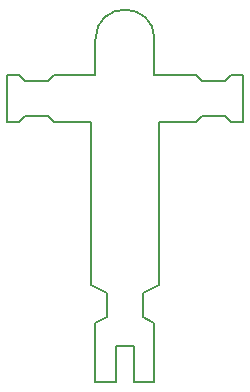
<source format=gbr>
G04 #@! TF.GenerationSoftware,KiCad,Pcbnew,(5.1.2)-1*
G04 #@! TF.CreationDate,2020-04-17T10:46:46+02:00*
G04 #@! TF.ProjectId,AntennaBalun,416e7465-6e6e-4614-9261-6c756e2e6b69,rev?*
G04 #@! TF.SameCoordinates,Original*
G04 #@! TF.FileFunction,Profile,NP*
%FSLAX46Y46*%
G04 Gerber Fmt 4.6, Leading zero omitted, Abs format (unit mm)*
G04 Created by KiCad (PCBNEW (5.1.2)-1) date 2020-04-17 10:46:46*
%MOMM*%
%LPD*%
G04 APERTURE LIST*
%ADD10C,0.150000*%
G04 APERTURE END LIST*
D10*
X161400000Y-114003600D02*
X164501100Y-114003600D01*
X167501100Y-114003600D02*
X168501100Y-114003600D01*
X148501100Y-110003600D02*
X148501100Y-114003600D01*
X148501100Y-114003600D02*
X149501100Y-114003600D01*
X152501100Y-114003600D02*
X155600000Y-114003600D01*
X168501100Y-110003600D02*
X168501100Y-114003600D01*
X161001100Y-107003600D02*
X161001100Y-110003600D01*
X156001100Y-107003600D02*
X156001100Y-110003600D01*
X161001100Y-107003600D02*
G75*
G03X156001100Y-107003600I-2500000J0D01*
G01*
X148501100Y-110003600D02*
X149501100Y-110003600D01*
X167501100Y-110003600D02*
X168501100Y-110003600D01*
X149501100Y-110003600D02*
X150001100Y-110503600D01*
X150001100Y-110503600D02*
X152001100Y-110503600D01*
X152001100Y-110503600D02*
X152501100Y-110003600D01*
X149501100Y-114003600D02*
X150001100Y-113503600D01*
X150001100Y-113503600D02*
X152001100Y-113503600D01*
X152001100Y-113503600D02*
X152501100Y-114003600D01*
X167501100Y-110003600D02*
X167001100Y-110503600D01*
X167001100Y-110503600D02*
X165001100Y-110503600D01*
X165001100Y-110503600D02*
X164501100Y-110003600D01*
X167501100Y-114003600D02*
X167001100Y-113503600D01*
X167001100Y-113503600D02*
X165001100Y-113503600D01*
X165001100Y-113503600D02*
X164501100Y-114003600D01*
X152501100Y-110003600D02*
X156001100Y-110003600D01*
X161001100Y-110003600D02*
X164501100Y-110003600D01*
X155600000Y-114003600D02*
X155600000Y-127800000D01*
X161400000Y-127800000D02*
X161400000Y-114000000D01*
X155600000Y-127800000D02*
X157001100Y-128503600D01*
X157001100Y-128503600D02*
X157001100Y-130503600D01*
X157001100Y-130503600D02*
X156001100Y-131003600D01*
X161001100Y-131003600D02*
X160001100Y-130503600D01*
X160001100Y-130503600D02*
X160001100Y-128503600D01*
X160001100Y-128503600D02*
X161400000Y-127800000D01*
X156001100Y-131003600D02*
X156001100Y-136003600D01*
X156001100Y-136003600D02*
X157701100Y-136003600D01*
X159301100Y-136003600D02*
X161001100Y-136003600D01*
X161001100Y-136003600D02*
X161001100Y-131003600D01*
X159301100Y-136003600D02*
X159301100Y-133003600D01*
X159301100Y-133003600D02*
X157701100Y-133003600D01*
X157701100Y-133003600D02*
X157701100Y-136003600D01*
M02*

</source>
